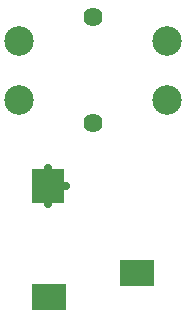
<source format=gbs>
G04*
G04 #@! TF.GenerationSoftware,Altium Limited,Altium Designer,23.8.1 (32)*
G04*
G04 Layer_Color=16711935*
%FSLAX25Y25*%
%MOIN*%
G70*
G04*
G04 #@! TF.SameCoordinates,4B8C02A6-DD82-47D5-92E1-CEE89DD6B1A8*
G04*
G04*
G04 #@! TF.FilePolarity,Negative*
G04*
G01*
G75*
%ADD11C,0.00394*%
%ADD12C,0.09843*%
%ADD13C,0.06394*%
%ADD14C,0.02794*%
%ADD20R,0.10630X0.11417*%
%ADD21R,0.11417X0.09055*%
D11*
X-0Y-43661D02*
D03*
Y-71220D02*
D03*
D12*
X24606Y-9843D02*
D03*
Y9843D02*
D03*
X-24606Y-9843D02*
D03*
Y9843D02*
D03*
D13*
X0Y-17717D02*
D03*
Y17717D02*
D03*
D14*
X-8917Y-38504D02*
D03*
X-14921Y-44587D02*
D03*
X-15000Y-32500D02*
D03*
D20*
X-14961Y-38543D02*
D03*
D21*
X-14567Y-75551D02*
D03*
X14567Y-67677D02*
D03*
M02*

</source>
